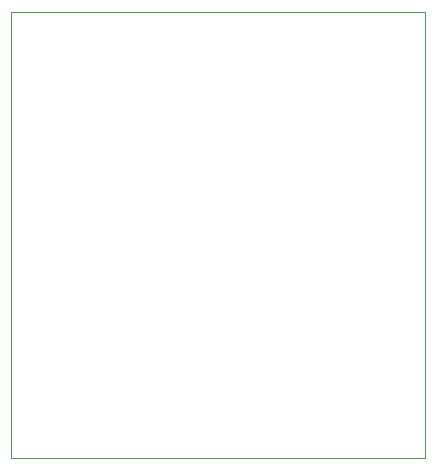
<source format=gbr>
%TF.GenerationSoftware,KiCad,Pcbnew,7.0.5*%
%TF.CreationDate,2024-02-13T07:46:18-05:00*%
%TF.ProjectId,N64SP PCB,4e363453-5020-4504-9342-2e6b69636164,rev?*%
%TF.SameCoordinates,Original*%
%TF.FileFunction,Profile,NP*%
%FSLAX46Y46*%
G04 Gerber Fmt 4.6, Leading zero omitted, Abs format (unit mm)*
G04 Created by KiCad (PCBNEW 7.0.5) date 2024-02-13 07:46:18*
%MOMM*%
%LPD*%
G01*
G04 APERTURE LIST*
%TA.AperFunction,Profile*%
%ADD10C,0.050000*%
%TD*%
G04 APERTURE END LIST*
D10*
X110150000Y-71350000D02*
X110150000Y-33600000D01*
X145200000Y-71350000D02*
X110150000Y-71350000D01*
X110150000Y-33600000D02*
X145200000Y-33600000D01*
X145200000Y-33600000D02*
X145200000Y-71350000D01*
M02*

</source>
